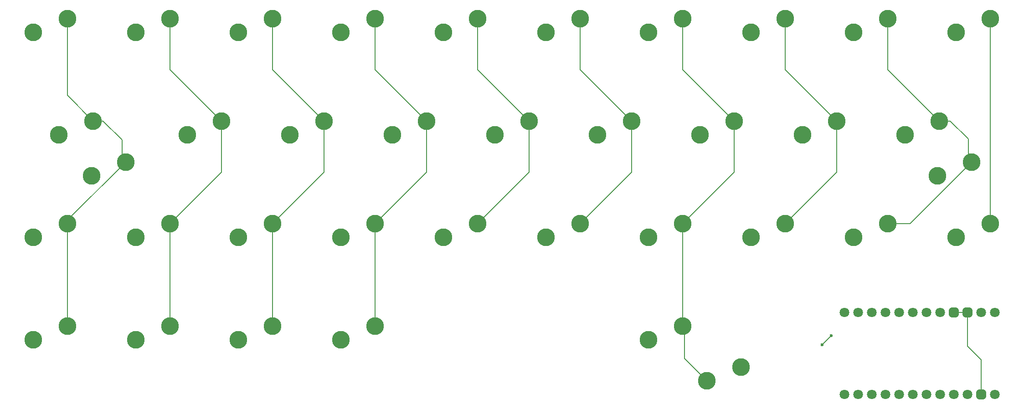
<source format=gbr>
%TF.GenerationSoftware,KiCad,Pcbnew,8.0.6*%
%TF.CreationDate,2024-12-14T14:22:50-07:00*%
%TF.ProjectId,tabesco-48,74616265-7363-46f2-9d34-382e6b696361,rev?*%
%TF.SameCoordinates,Original*%
%TF.FileFunction,Copper,L1,Top*%
%TF.FilePolarity,Positive*%
%FSLAX46Y46*%
G04 Gerber Fmt 4.6, Leading zero omitted, Abs format (unit mm)*
G04 Created by KiCad (PCBNEW 8.0.6) date 2024-12-14 14:22:50*
%MOMM*%
%LPD*%
G01*
G04 APERTURE LIST*
G04 Aperture macros list*
%AMRoundRect*
0 Rectangle with rounded corners*
0 $1 Rounding radius*
0 $2 $3 $4 $5 $6 $7 $8 $9 X,Y pos of 4 corners*
0 Add a 4 corners polygon primitive as box body*
4,1,4,$2,$3,$4,$5,$6,$7,$8,$9,$2,$3,0*
0 Add four circle primitives for the rounded corners*
1,1,$1+$1,$2,$3*
1,1,$1+$1,$4,$5*
1,1,$1+$1,$6,$7*
1,1,$1+$1,$8,$9*
0 Add four rect primitives between the rounded corners*
20,1,$1+$1,$2,$3,$4,$5,0*
20,1,$1+$1,$4,$5,$6,$7,0*
20,1,$1+$1,$6,$7,$8,$9,0*
20,1,$1+$1,$8,$9,$2,$3,0*%
G04 Aperture macros list end*
%TA.AperFunction,ComponentPad*%
%ADD10C,3.300000*%
%TD*%
%TA.AperFunction,ComponentPad*%
%ADD11C,1.800000*%
%TD*%
%TA.AperFunction,ComponentPad*%
%ADD12RoundRect,0.450000X0.450000X-0.450000X0.450000X0.450000X-0.450000X0.450000X-0.450000X-0.450000X0*%
%TD*%
%TA.AperFunction,ViaPad*%
%ADD13C,0.600000*%
%TD*%
%TA.AperFunction,Conductor*%
%ADD14C,0.200000*%
%TD*%
G04 APERTURE END LIST*
D10*
%TO.P,MX4,1,1*%
%TO.N,Net-(D4-A)*%
X107626500Y-44309500D03*
%TO.P,MX4,2,2*%
%TO.N,/col3*%
X113976500Y-41769500D03*
%TD*%
%TO.P,MX2,1,1*%
%TO.N,Net-(D2-A)*%
X69526500Y-44309500D03*
%TO.P,MX2,2,2*%
%TO.N,/col1*%
X75876500Y-41769500D03*
%TD*%
%TO.P,MX13,1,1*%
%TO.N,Net-(D13-A)*%
X98101500Y-63359500D03*
%TO.P,MX13,2,2*%
%TO.N,/col2*%
X104451500Y-60819500D03*
%TD*%
%TO.P,MX21,1,1*%
%TO.N,Net-(D21-A)*%
X69526500Y-82409500D03*
%TO.P,MX21,2,2*%
%TO.N,/col1*%
X75876500Y-79869500D03*
%TD*%
%TO.P,MX15,1,1*%
%TO.N,Net-(D15-A)*%
X136201500Y-63359500D03*
%TO.P,MX15,2,2*%
%TO.N,/col4*%
X142551500Y-60819500D03*
%TD*%
%TO.P,MX11,1,1*%
%TO.N,Net-(D11-A)*%
X55239000Y-63359500D03*
%TO.P,MX11,2,2*%
%TO.N,/col0*%
X61589000Y-60819500D03*
%TD*%
%TO.P,MX19-2,1,1*%
%TO.N,/col8*%
X224784000Y-68439500D03*
%TO.P,MX19-2,2,2*%
%TO.N,Net-(D19-A)*%
X218434000Y-70979500D03*
%TD*%
%TO.P,MX24,1,1*%
%TO.N,Net-(D24-A)*%
X126676500Y-82409500D03*
%TO.P,MX24,2,2*%
%TO.N,/col4*%
X133026500Y-79869500D03*
%TD*%
%TO.P,MX8,1,1*%
%TO.N,Net-(D8-A)*%
X183826500Y-44309500D03*
%TO.P,MX8,2,2*%
%TO.N,/col7*%
X190176500Y-41769500D03*
%TD*%
%TO.P,MX3,1,1*%
%TO.N,Net-(D3-A)*%
X88576500Y-44309500D03*
%TO.P,MX3,2,2*%
%TO.N,/col2*%
X94926500Y-41769500D03*
%TD*%
%TO.P,MX29,1,1*%
%TO.N,Net-(D29-A)*%
X221926500Y-82409500D03*
%TO.P,MX29,2,2*%
%TO.N,/col9*%
X228276500Y-79869500D03*
%TD*%
%TO.P,MX17,1,1*%
%TO.N,Net-(D17-A)*%
X174301500Y-63359500D03*
%TO.P,MX17,2,2*%
%TO.N,/col6*%
X180651500Y-60819500D03*
%TD*%
%TO.P,MX11-2,1,1*%
%TO.N,/col0*%
X67621500Y-68439500D03*
%TO.P,MX11-2,2,2*%
%TO.N,Net-(D11-A)*%
X61271500Y-70979500D03*
%TD*%
%TO.P,MX32,1,1*%
%TO.N,Net-(D32-A)*%
X88576500Y-101459500D03*
%TO.P,MX32,2,2*%
%TO.N,/col2*%
X94926500Y-98919500D03*
%TD*%
%TO.P,MX28,1,1*%
%TO.N,Net-(D28-A)*%
X202876500Y-82409500D03*
%TO.P,MX28,2,2*%
%TO.N,/col8*%
X209226500Y-79869500D03*
%TD*%
%TO.P,MX1,1,1*%
%TO.N,Net-(D1-A)*%
X50476500Y-44309500D03*
%TO.P,MX1,2,2*%
%TO.N,/col0*%
X56826500Y-41769500D03*
%TD*%
%TO.P,MX27,1,1*%
%TO.N,Net-(D27-A)*%
X183826500Y-82409500D03*
%TO.P,MX27,2,2*%
%TO.N,/col7*%
X190176500Y-79869500D03*
%TD*%
%TO.P,MX14,1,1*%
%TO.N,Net-(D14-A)*%
X117151500Y-63359500D03*
%TO.P,MX14,2,2*%
%TO.N,/col3*%
X123501500Y-60819500D03*
%TD*%
%TO.P,MX5,1,1*%
%TO.N,Net-(D5-A)*%
X126676500Y-44309500D03*
%TO.P,MX5,2,2*%
%TO.N,/col4*%
X133026500Y-41769500D03*
%TD*%
%TO.P,MX18,1,1*%
%TO.N,Net-(D18-A)*%
X193351500Y-63359500D03*
%TO.P,MX18,2,2*%
%TO.N,/col7*%
X199701500Y-60819500D03*
%TD*%
%TO.P,MX23,1,1*%
%TO.N,Net-(D23-A)*%
X107626500Y-82409500D03*
%TO.P,MX23,2,2*%
%TO.N,/col3*%
X113976500Y-79869500D03*
%TD*%
%TO.P,MX34,1,1*%
%TO.N,Net-(D34-A)*%
X164776500Y-101459500D03*
%TO.P,MX34,2,2*%
%TO.N,/col6*%
X171126500Y-98919500D03*
%TD*%
%TO.P,MX33,1,1*%
%TO.N,Net-(D33-A)*%
X107626500Y-101459500D03*
%TO.P,MX33,2,2*%
%TO.N,/col3*%
X113976500Y-98919500D03*
%TD*%
%TO.P,MX25,1,1*%
%TO.N,Net-(D25-A)*%
X145726500Y-82409500D03*
%TO.P,MX25,2,2*%
%TO.N,/col5*%
X152076500Y-79869500D03*
%TD*%
%TO.P,MX7,1,1*%
%TO.N,Net-(D7-A)*%
X164776500Y-44309500D03*
%TO.P,MX7,2,2*%
%TO.N,/col6*%
X171126500Y-41769500D03*
%TD*%
%TO.P,MX16,1,1*%
%TO.N,Net-(D16-A)*%
X155251500Y-63359500D03*
%TO.P,MX16,2,2*%
%TO.N,/col5*%
X161601500Y-60819500D03*
%TD*%
D11*
%TO.P,U1,1,D3-TX*%
%TO.N,unconnected-(U1-D3-TX-Pad1)*%
X229146500Y-96399500D03*
%TO.P,U1,2,D2-RX*%
%TO.N,unconnected-(U1-D2-RX-Pad2)*%
X226606500Y-96399500D03*
D12*
%TO.P,U1,3,GND*%
%TO.N,GND*%
X224066500Y-96399500D03*
%TO.P,U1,4,GND*%
X221526500Y-96399500D03*
D11*
%TO.P,U1,5,D1*%
%TO.N,unconnected-(U1-D1-Pad5)*%
X218986500Y-96399500D03*
%TO.P,U1,6,D0*%
%TO.N,unconnected-(U1-D0-Pad6)*%
X216446500Y-96399500D03*
%TO.P,U1,7,D4*%
%TO.N,/row0*%
X213906500Y-96399500D03*
%TO.P,U1,8,C6*%
%TO.N,/row1*%
X211366500Y-96399500D03*
%TO.P,U1,9,D7*%
%TO.N,/col9*%
X208826500Y-96399500D03*
%TO.P,U1,10,E6*%
%TO.N,/row2*%
X206286500Y-96399500D03*
%TO.P,U1,11,B4*%
%TO.N,/col8*%
X203746500Y-96399500D03*
%TO.P,U1,12,B5*%
%TO.N,/row3*%
X201206500Y-96399500D03*
%TO.P,U1,13,B0*%
%TO.N,unconnected-(U1-B0-Pad13)*%
X229146500Y-111639500D03*
D12*
%TO.P,U1,14,GND*%
%TO.N,GND*%
X226606500Y-111639500D03*
D11*
%TO.P,U1,15,RST*%
%TO.N,RST*%
X224066500Y-111639500D03*
%TO.P,U1,16,VCC*%
%TO.N,VCC*%
X221526500Y-111639500D03*
%TO.P,U1,17,F4*%
%TO.N,/col0*%
X218986500Y-111639500D03*
%TO.P,U1,18,F5*%
%TO.N,/col1*%
X216446500Y-111639500D03*
%TO.P,U1,19,F6*%
%TO.N,/col2*%
X213906500Y-111639500D03*
%TO.P,U1,20,F7*%
%TO.N,/col3*%
X211366500Y-111639500D03*
%TO.P,U1,21,B1*%
%TO.N,/col7*%
X208826500Y-111639500D03*
%TO.P,U1,22,B3*%
%TO.N,/col6*%
X206286500Y-111639500D03*
%TO.P,U1,23,B2*%
%TO.N,/col5*%
X203746500Y-111639500D03*
%TO.P,U1,24,B6*%
%TO.N,/col4*%
X201206500Y-111639500D03*
%TD*%
D10*
%TO.P,MX12,1,1*%
%TO.N,Net-(D12-A)*%
X79051500Y-63359500D03*
%TO.P,MX12,2,2*%
%TO.N,/col1*%
X85401500Y-60819500D03*
%TD*%
%TO.P,MX31,1,1*%
%TO.N,Net-(D31-A)*%
X69526500Y-101459500D03*
%TO.P,MX31,2,2*%
%TO.N,/col1*%
X75876500Y-98919500D03*
%TD*%
%TO.P,MX10,1,1*%
%TO.N,Net-(D10-A)*%
X221926500Y-44309500D03*
%TO.P,MX10,2,2*%
%TO.N,/col9*%
X228276500Y-41769500D03*
%TD*%
%TO.P,MX34-2,1,1*%
%TO.N,Net-(D34-A)*%
X181921500Y-106539500D03*
%TO.P,MX34-2,2,2*%
%TO.N,/col6*%
X175571500Y-109079500D03*
%TD*%
%TO.P,MX6,1,1*%
%TO.N,Net-(D6-A)*%
X145726500Y-44309500D03*
%TO.P,MX6,2,2*%
%TO.N,/col5*%
X152076500Y-41769500D03*
%TD*%
%TO.P,MX20,1,1*%
%TO.N,Net-(D20-A)*%
X50476500Y-82409500D03*
%TO.P,MX20,2,2*%
%TO.N,/col0*%
X56826500Y-79869500D03*
%TD*%
%TO.P,MX30,1,1*%
%TO.N,Net-(D30-A)*%
X50476500Y-101459500D03*
%TO.P,MX30,2,2*%
%TO.N,/col0*%
X56826500Y-98919500D03*
%TD*%
%TO.P,MX19,1,1*%
%TO.N,Net-(D19-A)*%
X212401500Y-63359500D03*
%TO.P,MX19,2,2*%
%TO.N,/col8*%
X218751500Y-60819500D03*
%TD*%
%TO.P,MX22,1,1*%
%TO.N,Net-(D22-A)*%
X88576500Y-82409500D03*
%TO.P,MX22,2,2*%
%TO.N,/col2*%
X94926500Y-79869500D03*
%TD*%
%TO.P,MX26,1,1*%
%TO.N,Net-(D26-A)*%
X164776500Y-82409500D03*
%TO.P,MX26,2,2*%
%TO.N,/col6*%
X171126500Y-79869500D03*
%TD*%
%TO.P,MX9,1,1*%
%TO.N,Net-(D9-A)*%
X202876500Y-44309500D03*
%TO.P,MX9,2,2*%
%TO.N,/col8*%
X209226500Y-41769500D03*
%TD*%
D13*
%TO.N,/row3*%
X198725765Y-100690235D03*
X197023706Y-102382294D03*
%TD*%
D14*
%TO.N,Net-(D19-A)*%
X218630100Y-70783400D02*
X218434000Y-70979500D01*
%TO.N,/row3*%
X197033706Y-102382294D02*
X198725765Y-100690235D01*
X197023706Y-102382294D02*
X197033706Y-102382294D01*
%TO.N,/col0*%
X67621500Y-68439500D02*
X56826500Y-79234500D01*
X66966500Y-64339500D02*
X66966500Y-67784500D01*
X66966500Y-67784500D02*
X67621500Y-68439500D01*
X56826500Y-56057000D02*
X61589000Y-60819500D01*
X63446500Y-60819500D02*
X66966500Y-64339500D01*
X56826500Y-79869500D02*
X56826500Y-98919500D01*
X61589000Y-60819500D02*
X63446500Y-60819500D01*
X56826500Y-41769500D02*
X56826500Y-56057000D01*
X56826500Y-79234500D02*
X56826500Y-79869500D01*
%TO.N,/col1*%
X75876500Y-41769500D02*
X75876500Y-51294500D01*
X75876500Y-79869500D02*
X75876500Y-98919500D01*
X85401500Y-70344500D02*
X75876500Y-79869500D01*
X85401500Y-60819500D02*
X85401500Y-70344500D01*
X75876500Y-51294500D02*
X85401500Y-60819500D01*
%TO.N,/col2*%
X104451500Y-70344500D02*
X94926500Y-79869500D01*
X104451500Y-60819500D02*
X104451500Y-70344500D01*
X94926500Y-79869500D02*
X94926500Y-98919500D01*
X94926500Y-51294500D02*
X104451500Y-60819500D01*
X94926500Y-41769500D02*
X94926500Y-51294500D01*
%TO.N,/col3*%
X113976500Y-79869500D02*
X113976500Y-98919500D01*
X113976500Y-41769500D02*
X113976500Y-51294500D01*
X123501500Y-60819500D02*
X123501500Y-70344500D01*
X123501500Y-70344500D02*
X113976500Y-79869500D01*
X113976500Y-51294500D02*
X123501500Y-60819500D01*
%TO.N,/col4*%
X133026500Y-41769500D02*
X133026500Y-51294500D01*
X133026500Y-51294500D02*
X142551500Y-60819500D01*
X142551500Y-70344500D02*
X133026500Y-79869500D01*
X142551500Y-60819500D02*
X142551500Y-70344500D01*
%TO.N,/col5*%
X152076500Y-41769500D02*
X152076500Y-51294500D01*
X152076500Y-51294500D02*
X161601500Y-60819500D01*
X161601500Y-60819500D02*
X161601500Y-70344500D01*
X161601500Y-70344500D02*
X152076500Y-79869500D01*
%TO.N,/col6*%
X180651500Y-60819500D02*
X180651500Y-70344500D01*
X171446500Y-104954500D02*
X175571500Y-109079500D01*
X171126500Y-41769500D02*
X171126500Y-51294500D01*
X180651500Y-70344500D02*
X171126500Y-79869500D01*
X171126500Y-51294500D02*
X180651500Y-60819500D01*
X171126500Y-98919500D02*
X171446500Y-99239500D01*
X171446500Y-99239500D02*
X171446500Y-104954500D01*
X171126500Y-79869500D02*
X171126500Y-98919500D01*
%TO.N,/col7*%
X199701500Y-60819500D02*
X199701500Y-70344500D01*
X199701500Y-70344500D02*
X190176500Y-79869500D01*
X190176500Y-51294500D02*
X199701500Y-60819500D01*
X190176500Y-41769500D02*
X190176500Y-51294500D01*
%TO.N,/col8*%
X220846500Y-60819500D02*
X224186500Y-64159500D01*
X224784000Y-68439500D02*
X213354000Y-79869500D01*
X218751500Y-60819500D02*
X218630100Y-60940900D01*
X213354000Y-79869500D02*
X209226500Y-79869500D01*
X209226500Y-41769500D02*
X209226500Y-51294500D01*
X224186500Y-67842000D02*
X224784000Y-68439500D01*
X218751500Y-60819500D02*
X220846500Y-60819500D01*
X224186500Y-64159500D02*
X224186500Y-67842000D01*
X209226500Y-51294500D02*
X218751500Y-60819500D01*
%TO.N,/col9*%
X228276500Y-41769500D02*
X228276500Y-79869500D01*
%TO.N,GND*%
X226606500Y-105239500D02*
X226606500Y-111639500D01*
X224066500Y-96399500D02*
X224066500Y-102699500D01*
X221526500Y-96399500D02*
X224066500Y-96399500D01*
X224066500Y-102699500D02*
X226606500Y-105239500D01*
%TD*%
M02*

</source>
